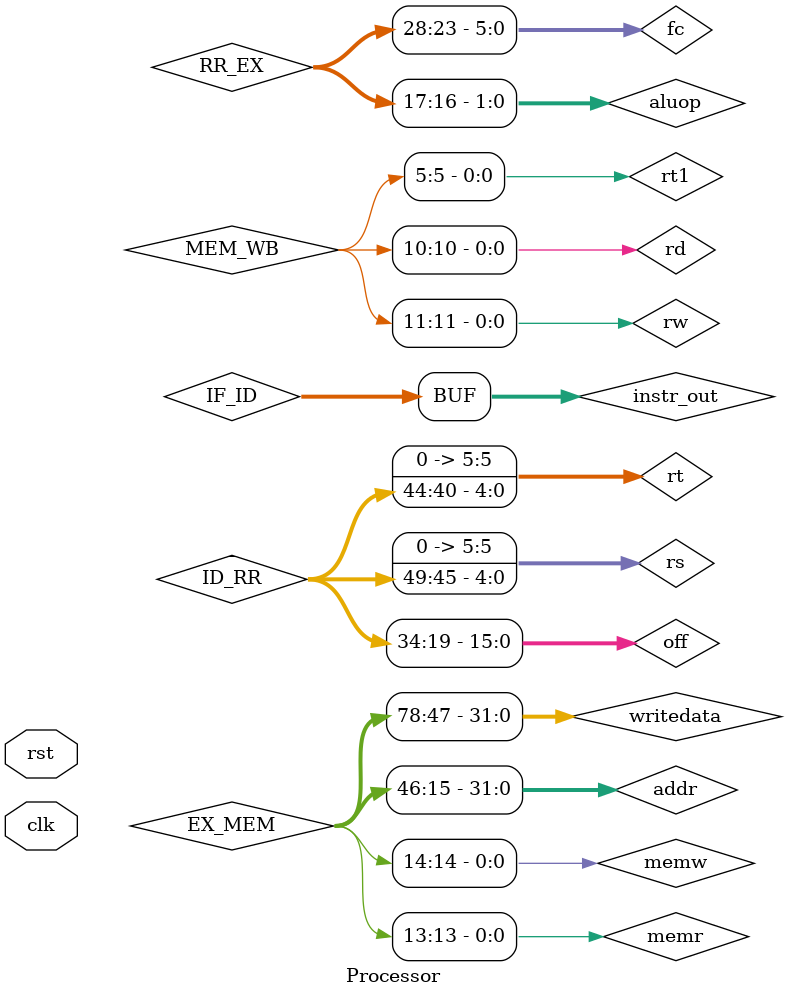
<source format=v>
`timescale 1ns / 1ps


module Processor(
    input clk,
    input rst
    );
    
    
    reg [31:0]IF_ID;reg [49:0]ID_RR;reg [129:0]RR_EX;reg [78:0]EX_MEM;reg [76:0]MEM_WB; // Stage Registers
    
    reg [31:0]PC =32'h0;wire rst_pin;
    wire [31:0] instruction;wire [5:0]opcode;
    wire [4:0]R_s;wire [4:0]R_t;wire [4:0]R_d;wire [15:0]offset;wire [31:0]immediate_data;
    wire RegWrite;wire ALU_Src; wire[1:0]ALUOp;wire memread;wire memwrite;wire memtoreg;
    wire PCSrc;wire regDst; wire [31:0]instr_out;
    
    wire [4:0]shamt;wire[25:0]address;wire [5:0]func_code;wire [31:0] PC_1;
    // Instruction Fetch Stage
    wire [31:0]j_address;
    jump_address ja(IF_ID,address,j_address);
    assign PC_1 = PCSrc ? j_address : PC;
    Instruction_memory im(clk,rst,PC_1,instruction);
    
    
    // Instruction Decode Stage    

    assign instr_out = IF_ID;
    Instruction_Decode id(instr_out,opcode,R_s,R_t,R_d,offset,shamt,func_code,address);    
    Control_Unit c_u(opcode,RegWrite,ALU_Src,ALUOp,memread,memwrite,memtoreg,PCSrc,regDst);
    
    // Register Read Stage
    wire [31:0]Reg_Data_1;wire [31:0]Reg_Data_2; wire [4:0]R_Dest;wire [31:0]result; wire [15:0]off;wire [5:0]rs;wire [5:0]rt;wire rw;wire rd;
    
    assign rs = ID_RR[49:45];
    assign rt = ID_RR[44:40];
    assign off = ID_RR[34:19];
    assign rw = MEM_WB[11];
    assign rd = MEM_WB[10]; //regdst signal to select between rt and rd at write back stage
    wire rt1; assign rt1 = MEM_WB[9:5];
    assign R_Dest = rd ? MEM_WB[4:0] :MEM_WB[9:5];
    //assign result = MEM_WB[12]? MEM_WB[76:45] : MEM_WB[44:13]; 
    Register_File r_f(rst,clk,rs,rt,R_Dest,result,rw,Reg_Data_1,Reg_Data_2);
    Sign_extend se(ID_RR[34:19],immediate_data);
    
    // Execute stage
    wire [3:0]ALU_Control; wire [1:0]aluop;
    wire [5:0]fc;
    assign aluop = RR_EX[17:16];
    assign fc = RR_EX[28:23];
    wire [1:0]forward_A;
    wire [1:0]forward_B;
    forward_unit fu(
    EX_MEM[9:5],
    EX_MEM[4:0],
    EX_MEM[10],
    EX_MEM[11],
    MEM_WB[9:5],
    MEM_WB[4:0],
    MEM_WB[10],
    MEM_WB[11],
    RR_EX[129:125],
    RR_EX[9:5],
    forward_A,forward_B);
    ALU_control alu_c(aluop,fc,ALU_Control);    
    reg [31:0]ALU_Input_1;wire [31:0]ALU_Input_2;wire [31:0]ALU_out;wire ALU_zero;
    wire [31:0]Data_out;reg [31:0] B_rf;
    //assign ALU_Input_1 = RR_EX[124:93]; 
    assign ALU_Input_2 = RR_EX[15] ? RR_EX[60:29] : B_rf;
    ALU alu(ALU_Input_1,ALU_Input_2,ALU_Control,ALU_out,ALU_zero);    
    //Memory Stage
    wire [31:0]addr ; wire memw =EX_MEM[14];wire memr = EX_MEM[13];wire [31:0]writedata;
    assign writedata = EX_MEM[78:47];
    assign addr = EX_MEM[46:15];
    Data_Memory data_mem(rst,memr,memw,addr,writedata,Data_out);
        
    // Write Back Stage
    assign result = MEM_WB[12] ?MEM_WB[76:45] : MEM_WB[44:13];
    
    always @(posedge clk)
    begin
    if(rst) begin PC = 32'b0;end//IF_ID=32'b0;ID_RR=50'b0;RR_EX =130'b0;EX_MEM=79'b0;MEM_WB=77'b0; end
    //if(PCSrc)begin PC <= PC_1;end
    PC <=PC+1;
    IF_ID <= instruction;
    ID_RR <= {R_s,R_t,R_d,offset,func_code,shamt,ALUOp,ALU_Src,memread,memwrite,memtoreg,RegWrite,regDst};
    RR_EX <= {ID_RR[49:45],Reg_Data_1,Reg_Data_2,immediate_data ,ID_RR[18:0],ID_RR[44:35]};
//RR_EX :{Reg_Data_1,Reg_Data_2,immediate_data ,func_code,shamt,ALUOp,ALU_Src,memread,memwrite,memtoreg,RegWrite,regDst,R_t,R_d}Rt,Rd needed for forwarding
    EX_MEM <= {RR_EX[92:61],ALU_out,RR_EX[14:0]};
    
    MEM_WB <= {EX_MEM[46:15],Data_out,EX_MEM[12:0]};
    end
    
    always @(posedge PCSrc)begin PC<= PC_1;end
    
    always @(*)begin
    case(forward_A)
    2'b00:
        ALU_Input_1 <= RR_EX[124:93];
    2'b01: 
        ALU_Input_1 <= EX_MEM[46:15];
    2'b10:
        case(MEM_WB[12])
        1'b0: ALU_Input_1 <= MEM_WB[44:13];
        1'b1:ALU_Input_1 <= MEM_WB[76:45];        
    endcase
    endcase
    case(forward_B)
    2'b00:
        B_rf <= RR_EX[92:61];
    2'b01: 
        B_rf <= EX_MEM[46:15];
    2'b10:
        case(MEM_WB[12])
        1'b0: B_rf <= MEM_WB[44:13];
        1'b1: B_rf <= MEM_WB[76:45];
        endcase
    endcase
    end
endmodule

</source>
